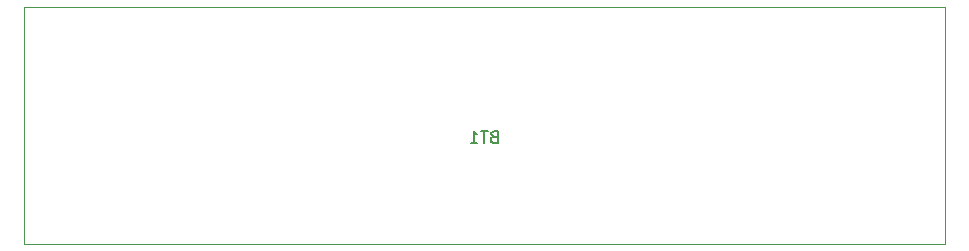
<source format=gbr>
%TF.GenerationSoftware,KiCad,Pcbnew,7.0.9*%
%TF.CreationDate,2023-11-22T21:43:23-08:00*%
%TF.ProjectId,esp12-temp-sensore,65737031-322d-4746-956d-702d73656e73,rev?*%
%TF.SameCoordinates,Original*%
%TF.FileFunction,Legend,Bot*%
%TF.FilePolarity,Positive*%
%FSLAX46Y46*%
G04 Gerber Fmt 4.6, Leading zero omitted, Abs format (unit mm)*
G04 Created by KiCad (PCBNEW 7.0.9) date 2023-11-22 21:43:23*
%MOMM*%
%LPD*%
G01*
G04 APERTURE LIST*
%ADD10C,0.150000*%
%ADD11C,0.120000*%
G04 APERTURE END LIST*
D10*
X61305714Y-36491009D02*
X61162857Y-36538628D01*
X61162857Y-36538628D02*
X61115238Y-36586247D01*
X61115238Y-36586247D02*
X61067619Y-36681485D01*
X61067619Y-36681485D02*
X61067619Y-36824342D01*
X61067619Y-36824342D02*
X61115238Y-36919580D01*
X61115238Y-36919580D02*
X61162857Y-36967200D01*
X61162857Y-36967200D02*
X61258095Y-37014819D01*
X61258095Y-37014819D02*
X61639047Y-37014819D01*
X61639047Y-37014819D02*
X61639047Y-36014819D01*
X61639047Y-36014819D02*
X61305714Y-36014819D01*
X61305714Y-36014819D02*
X61210476Y-36062438D01*
X61210476Y-36062438D02*
X61162857Y-36110057D01*
X61162857Y-36110057D02*
X61115238Y-36205295D01*
X61115238Y-36205295D02*
X61115238Y-36300533D01*
X61115238Y-36300533D02*
X61162857Y-36395771D01*
X61162857Y-36395771D02*
X61210476Y-36443390D01*
X61210476Y-36443390D02*
X61305714Y-36491009D01*
X61305714Y-36491009D02*
X61639047Y-36491009D01*
X60781904Y-36014819D02*
X60210476Y-36014819D01*
X60496190Y-37014819D02*
X60496190Y-36014819D01*
X59353333Y-37014819D02*
X59924761Y-37014819D01*
X59639047Y-37014819D02*
X59639047Y-36014819D01*
X59639047Y-36014819D02*
X59734285Y-36157676D01*
X59734285Y-36157676D02*
X59829523Y-36252914D01*
X59829523Y-36252914D02*
X59924761Y-36300533D01*
D11*
%TO.C,BT1*%
X99520000Y-45610000D02*
X99520000Y-25510000D01*
X99520000Y-25510000D02*
X21520000Y-25510000D01*
X21520000Y-45610000D02*
X99520000Y-45610000D01*
X21520000Y-25510000D02*
X21520000Y-45610000D01*
%TD*%
M02*

</source>
